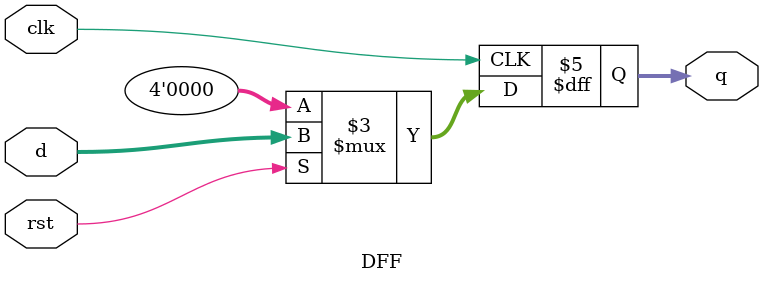
<source format=v>
`timescale 1ns / 1ps

module DFF (
    input clk,                  // clock
    input rst,                  // reset
    input signed [3:0] d,       // 4-bit signed 입력
    output reg signed [3:0] q   // 4-bit signed 출력
);
    // positive clk 또는 rst 신호가 활성화될 때마다 동작
    always @(posedge clk) begin 
        if (rst)               
            q <= d;          // rst=1 일 때, 입력 d 값을 출력 q에 저장
        else
            q <= 0;       // rst=0 일 때, q를 0으로 초기화
    end
endmodule
</source>
